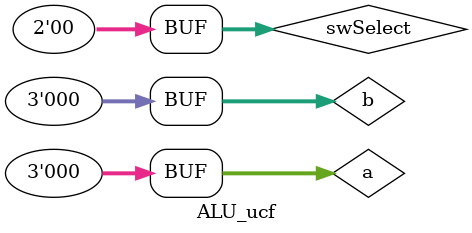
<source format=v>
`timescale 1ns / 1ps


module ALU_ucf;

	// Inputs
	reg [1:0] swSelect;
	reg [2:0] a;
	reg [2:0] b;

	// Outputs
	wire [3:0] q;

	// Instantiate the Unit Under Test (UUT)
	ALU uut (
		.swSelect(swSelect), 
		.a(a), 
		.b(b), 
		.q(q)
	);

	initial begin
		// Initialize Inputs
		swSelect = 0;
		a = 0;
		b = 0;

		// Wait 100 ns for global reset to finish
		#100;
        
		// Add stimulus here

	end
      
endmodule


</source>
